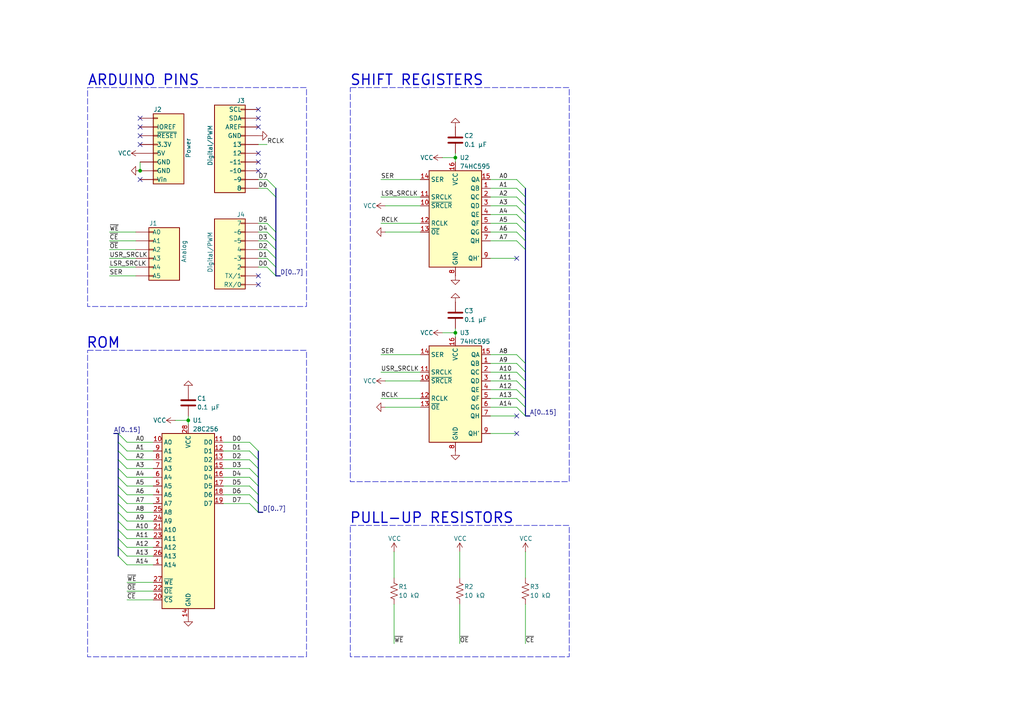
<source format=kicad_sch>
(kicad_sch (version 20250114) (generator "eeschema") (generator_version "9.0")
  (paper "A4")
  (title_block (title "prom-shield") (date "2026-01-01") (rev "A") (company "Dragos Bajanica"))
  (lib_symbols
    (symbol "74xx:74HC595"
      (property "Reference" "U" (at -7.62 13.97 0))
      (property "Value" "74HC595" (at -7.62 -16.51 0))
      (symbol "74HC595_1_0"
        (pin input line (at -10.16 10.16 0) (length 2.54) (name "SER") (number "14"))
        (pin input line (at -10.16 5.08 0) (length 2.54) (name "SRCLK") (number "11"))
        (pin input line (at -10.16 2.54 0) (length 2.54) (name "~{SRCLR}") (number "10"))
        (pin input line (at -10.16 -2.54 0) (length 2.54) (name "RCLK") (number "12"))
        (pin input line (at -10.16 -5.08 0) (length 2.54) (name "~{OE}") (number "13"))
        (pin power_in line (at 0 15.24 270) (length 2.54) (name "VCC") (number "16"))
        (pin power_in line (at 0 -17.78 90) (length 2.54) (name "GND") (number "8"))
        (pin tri_state line (at 10.16 10.16 180) (length 2.54) (name "QA") (number "15"))
        (pin tri_state line (at 10.16 7.62 180) (length 2.54) (name "QB") (number "1"))
        (pin tri_state line (at 10.16 5.08 180) (length 2.54) (name "QC") (number "2"))
        (pin tri_state line (at 10.16 2.54 180) (length 2.54) (name "QD") (number "3"))
        (pin tri_state line (at 10.16 0 180) (length 2.54) (name "QE") (number "4"))
        (pin tri_state line (at 10.16 -2.54 180) (length 2.54) (name "QF") (number "5"))
        (pin tri_state line (at 10.16 -5.08 180) (length 2.54) (name "QG") (number "6"))
        (pin tri_state line (at 10.16 -7.62 180) (length 2.54) (name "QH") (number "7"))
        (pin output line (at 10.16 -12.7 180) (length 2.54) (name "QH'") (number "9"))
      )
      (symbol "74HC595_1_1"
        (rectangle (start -7.62 12.7) (end 7.62 -15.24) (stroke (width 0.254)) (fill (type background)))
      )
    )
    (symbol "Conn_01x08_1" (pin_numbers (hide yes)) (pin_names (offset 1.016))
      (property "Reference" "J4" (at 0 10.16 0))
      (property "Value" "Digital/PWM" (at 8.89 -0.762 90))
      (symbol "Conn_01x08_1_1_1"
        (rectangle (start -1.27 8.89) (end 7.62 -11.43) (stroke (width 0.254)) (fill (type background)))
        (rectangle (start -1.27 7.747) (end 0 7.493) (stroke (width 0.1524)))
        (rectangle (start -1.27 5.207) (end 0 4.953) (stroke (width 0.1524)))
        (rectangle (start -1.27 2.667) (end 0 2.413) (stroke (width 0.1524)))
        (rectangle (start -1.27 0.127) (end 0 -0.127) (stroke (width 0.1524)))
        (rectangle (start -1.27 -2.413) (end 0 -2.667) (stroke (width 0.1524)))
        (rectangle (start -1.27 -4.953) (end 0 -5.207) (stroke (width 0.1524)))
        (rectangle (start -1.27 -7.493) (end 0 -7.747) (stroke (width 0.1524)))
        (rectangle (start -1.27 -10.033) (end 0 -10.287) (stroke (width 0.1524)))
        (pin passive line (at -5.08 7.62 0) (length 3.81) (name "7") (number "1"))
        (pin passive line (at -5.08 5.08 0) (length 3.81) (name "~6") (number "2"))
        (pin passive line (at -5.08 2.54 0) (length 3.81) (name "~5") (number "3"))
        (pin passive line (at -5.08 0 0) (length 3.81) (name "4") (number "4"))
        (pin passive line (at -5.08 -2.54 0) (length 3.81) (name "~3") (number "5"))
        (pin passive line (at -5.08 -5.08 0) (length 3.81) (name "2") (number "6"))
        (pin passive line (at -5.08 -7.62 0) (length 3.81) (name "TX/1") (number "7"))
        (pin passive line (at -5.08 -10.16 0) (length 3.81) (name "RX/0") (number "8"))
      )
    )
    (symbol "Connector_Generic:Conn_01x06" (pin_numbers (hide yes)) (pin_names (offset 1.016))
      (property "Reference" "J1" (at 0 7.62 0))
      (property "Value" "Analog" (at 8.89 -0.508 90))
      (symbol "Conn_01x06_1_1"
        (rectangle (start -1.27 6.35) (end 7.62 -8.89) (stroke (width 0.254)) (fill (type background)))
        (rectangle (start -1.27 5.207) (end 0 4.953) (stroke (width 0.1524)))
        (rectangle (start -1.27 2.667) (end 0 2.413) (stroke (width 0.1524)))
        (rectangle (start -1.27 0.127) (end 0 -0.127) (stroke (width 0.1524)))
        (rectangle (start -1.27 -2.413) (end 0 -2.667) (stroke (width 0.1524)))
        (rectangle (start -1.27 -4.953) (end 0 -5.207) (stroke (width 0.1524)))
        (rectangle (start -1.27 -7.493) (end 0 -7.747) (stroke (width 0.1524)))
        (pin passive line (at -5.08 5.08 0) (length 3.81) (name "A0") (number "1"))
        (pin passive line (at -5.08 2.54 0) (length 3.81) (name "A1") (number "2"))
        (pin passive line (at -5.08 0 0) (length 3.81) (name "A2") (number "3"))
        (pin passive line (at -5.08 -2.54 0) (length 3.81) (name "A3") (number "4"))
        (pin passive line (at -5.08 -5.08 0) (length 3.81) (name "A4") (number "5"))
        (pin passive line (at -5.08 -7.62 0) (length 3.81) (name "A5") (number "6"))
      )
    )
    (symbol "Connector_Generic:Conn_01x08" (pin_numbers (hide yes)) (pin_names (offset 1.016))
      (property "Reference" "J2" (at 0 10.16 0))
      (property "Value" "Power" (at 8.89 -1.016 90))
      (symbol "Conn_01x08_1_1"
        (rectangle (start -1.27 8.89) (end 7.62 -11.43) (stroke (width 0.254)) (fill (type background)))
        (rectangle (start -1.27 7.747) (end 0 7.493) (stroke (width 0.1524)))
        (rectangle (start -1.27 5.207) (end 0 4.953) (stroke (width 0.1524)))
        (rectangle (start -1.27 2.667) (end 0 2.413) (stroke (width 0.1524)))
        (rectangle (start -1.27 0.127) (end 0 -0.127) (stroke (width 0.1524)))
        (rectangle (start -1.27 -2.413) (end 0 -2.667) (stroke (width 0.1524)))
        (rectangle (start -1.27 -4.953) (end 0 -5.207) (stroke (width 0.1524)))
        (rectangle (start -1.27 -7.493) (end 0 -7.747) (stroke (width 0.1524)))
        (rectangle (start -1.27 -10.033) (end 0 -10.287) (stroke (width 0.1524)))
        (pin passive line (at -5.08 7.62 0) (length 3.81) (name "") (number "1"))
        (pin passive line (at -5.08 5.08 0) (length 3.81) (name "IOREF") (number "2"))
        (pin passive line (at -5.08 2.54 0) (length 3.81) (name "~{RESET}") (number "3"))
        (pin passive line (at -5.08 0 0) (length 3.81) (name "3.3V") (number "4"))
        (pin passive line (at -5.08 -2.54 0) (length 3.81) (name "5V") (number "5"))
        (pin passive line (at -5.08 -5.08 0) (length 3.81) (name "GND") (number "6"))
        (pin passive line (at -5.08 -7.62 0) (length 3.81) (name "GND") (number "7"))
        (pin passive line (at -5.08 -10.16 0) (length 3.81) (name "Vin") (number "8"))
      )
    )
    (symbol "Connector_Generic:Conn_01x10" (pin_numbers (hide yes)) (pin_names (offset 1.016))
      (property "Reference" "J3" (at 0 12.7 0))
      (property "Value" "Digital/PWM" (at 8.89 -0.254 90))
      (symbol "Conn_01x10_1_1"
        (rectangle (start -1.27 11.43) (end 7.62 -13.97) (stroke (width 0.254)) (fill (type background)))
        (rectangle (start -1.27 10.287) (end 0 10.033) (stroke (width 0.1524)))
        (rectangle (start -1.27 7.747) (end 0 7.493) (stroke (width 0.1524)))
        (rectangle (start -1.27 5.207) (end 0 4.953) (stroke (width 0.1524)))
        (rectangle (start -1.27 2.667) (end 0 2.413) (stroke (width 0.1524)))
        (rectangle (start -1.27 0.127) (end 0 -0.127) (stroke (width 0.1524)))
        (rectangle (start -1.27 -2.413) (end 0 -2.667) (stroke (width 0.1524)))
        (rectangle (start -1.27 -4.953) (end 0 -5.207) (stroke (width 0.1524)))
        (rectangle (start -1.27 -7.493) (end 0 -7.747) (stroke (width 0.1524)))
        (rectangle (start -1.27 -10.033) (end 0 -10.287) (stroke (width 0.1524)))
        (rectangle (start -1.27 -12.573) (end 0 -12.827) (stroke (width 0.1524)))
        (pin passive line (at -5.08 10.16 0) (length 3.81) (name "SCL") (number "1"))
        (pin passive line (at -5.08 7.62 0) (length 3.81) (name "SDA") (number "2"))
        (pin passive line (at -5.08 5.08 0) (length 3.81) (name "AREF") (number "3"))
        (pin passive line (at -5.08 2.54 0) (length 3.81) (name "GND") (number "4"))
        (pin passive line (at -5.08 0 0) (length 3.81) (name "13") (number "5"))
        (pin passive line (at -5.08 -2.54 0) (length 3.81) (name "12") (number "6"))
        (pin passive line (at -5.08 -5.08 0) (length 3.81) (name "~11") (number "7"))
        (pin passive line (at -5.08 -7.62 0) (length 3.81) (name "~10") (number "8"))
        (pin passive line (at -5.08 -10.16 0) (length 3.81) (name "~9") (number "9"))
        (pin passive line (at -5.08 -12.7 0) (length 3.81) (name "8") (number "10"))
      )
    )
    (symbol "Device:C" (pin_numbers (hide yes)) (pin_names (offset 0.254))
      (property "Reference" "C" (at 0.635 2.54 0))
      (property "Value" "C" (at 0.635 -2.54 0))
      (symbol "C_0_1"
        (polyline (pts (xy -2.032 0.762) (xy 2.032 0.762)) (stroke (width 0.508)))
        (polyline (pts (xy -2.032 -0.762) (xy 2.032 -0.762)) (stroke (width 0.508)))
      )
      (symbol "C_1_1"
        (pin passive line (at 0 3.81 270) (length 2.794) (name "~") (number "1"))
        (pin passive line (at 0 -3.81 90) (length 2.794) (name "~") (number "2"))
      )
    )
    (symbol "Device:R_US" (pin_numbers (hide yes)) (pin_names (offset 0))
      (property "Reference" "R" (at 2.54 0 90))
      (property "Value" "R_US" (at -2.54 0 90))
      (symbol "R_US_0_1"
        (polyline (pts (xy 0 2.286) (xy 0 2.54)))
        (polyline (pts (xy 0 2.286) (xy 1.016 1.905) (xy 0 1.524) (xy -1.016 1.143) (xy 0 0.762)))
        (polyline (pts (xy 0 0.762) (xy 1.016 0.381) (xy 0 0) (xy -1.016 -0.381) (xy 0 -0.762)))
        (polyline (pts (xy 0 -0.762) (xy 1.016 -1.143) (xy 0 -1.524) (xy -1.016 -1.905) (xy 0 -2.286)))
        (polyline (pts (xy 0 -2.286) (xy 0 -2.54)))
      )
      (symbol "R_US_1_1"
        (pin passive line (at 0 3.81 270) (length 1.27) (name "~") (number "1"))
        (pin passive line (at 0 -3.81 90) (length 1.27) (name "~") (number "2"))
      )
    )
    (symbol "Memory_EEPROM:28C256"
      (property "Reference" "U" (at -7.62 26.67 0))
      (property "Value" "28C256" (at 2.54 -26.67 0))
      (symbol "28C256_1_1"
        (rectangle (start -7.62 25.4) (end 7.62 -25.4) (stroke (width 0.254)) (fill (type background)))
        (pin input line (at -10.16 22.86 0) (length 2.54) (name "A0") (number "10"))
        (pin input line (at -10.16 20.32 0) (length 2.54) (name "A1") (number "9"))
        (pin input line (at -10.16 17.78 0) (length 2.54) (name "A2") (number "8"))
        (pin input line (at -10.16 15.24 0) (length 2.54) (name "A3") (number "7"))
        (pin input line (at -10.16 12.7 0) (length 2.54) (name "A4") (number "6"))
        (pin input line (at -10.16 10.16 0) (length 2.54) (name "A5") (number "5"))
        (pin input line (at -10.16 7.62 0) (length 2.54) (name "A6") (number "4"))
        (pin input line (at -10.16 5.08 0) (length 2.54) (name "A7") (number "3"))
        (pin input line (at -10.16 2.54 0) (length 2.54) (name "A8") (number "25"))
        (pin input line (at -10.16 0 0) (length 2.54) (name "A9") (number "24"))
        (pin input line (at -10.16 -2.54 0) (length 2.54) (name "A10") (number "21"))
        (pin input line (at -10.16 -5.08 0) (length 2.54) (name "A11") (number "23"))
        (pin input line (at -10.16 -7.62 0) (length 2.54) (name "A12") (number "2"))
        (pin input line (at -10.16 -10.16 0) (length 2.54) (name "A13") (number "26"))
        (pin input line (at -10.16 -12.7 0) (length 2.54) (name "A14") (number "1"))
        (pin input line (at -10.16 -17.78 0) (length 2.54) (name "~{WE}") (number "27"))
        (pin input line (at -10.16 -20.32 0) (length 2.54) (name "~{OE}") (number "22"))
        (pin input line (at -10.16 -22.86 0) (length 2.54) (name "~{CS}") (number "20"))
        (pin power_in line (at 0 27.94 270) (length 2.54) (name "VCC") (number "28"))
        (pin power_in line (at 0 -27.94 90) (length 2.54) (name "GND") (number "14"))
        (pin tri_state line (at 10.16 22.86 180) (length 2.54) (name "D0") (number "11"))
        (pin tri_state line (at 10.16 20.32 180) (length 2.54) (name "D1") (number "12"))
        (pin tri_state line (at 10.16 17.78 180) (length 2.54) (name "D2") (number "13"))
        (pin tri_state line (at 10.16 15.24 180) (length 2.54) (name "D3") (number "15"))
        (pin tri_state line (at 10.16 12.7 180) (length 2.54) (name "D4") (number "16"))
        (pin tri_state line (at 10.16 10.16 180) (length 2.54) (name "D5") (number "17"))
        (pin tri_state line (at 10.16 7.62 180) (length 2.54) (name "D6") (number "18"))
        (pin tri_state line (at 10.16 5.08 180) (length 2.54) (name "D7") (number "19"))
      )
    )
    (symbol "power:GND" (power) (pin_numbers (hide yes)) (pin_names (offset 0) (hide yes))
      (property "Value" "GND" (at 0 -3.81 0))
      (symbol "GND_0_1"
        (polyline (pts (xy 0 0) (xy 0 -1.27) (xy 1.27 -1.27) (xy 0 -2.54) (xy -1.27 -1.27) (xy 0 -1.27)))
      )
      (symbol "GND_1_1"
        (pin power_in line (at 0 0 270) (length 0) (name "~") (number "1"))
      )
    )
    (symbol "power:VCC" (power) (pin_numbers (hide yes)) (pin_names (offset 0) (hide yes))
      (property "Value" "VCC" (at 0 3.556 0))
      (symbol "VCC_0_1"
        (polyline (pts (xy -0.762 1.27) (xy 0 2.54)))
        (polyline (pts (xy 0 2.54) (xy 0.762 1.27)))
        (polyline (pts (xy 0 0) (xy 0 2.54)))
      )
      (symbol "VCC_1_1"
        (pin power_in line (at 0 0 90) (length 0) (name "~") (number "1"))
      )
    )
  )
  (rectangle (start 101.6 25.4) (end 165.1 139.7) (stroke (width 0) (type dash)))
  (rectangle (start 25.4 101.6) (end 88.9 190.5) (stroke (width 0) (type dash)))
  (rectangle (start 25.4 25.4) (end 88.9 88.9) (stroke (width 0) (type dash)))
  (rectangle (start 101.6 152.4) (end 165.1 190.5) (stroke (width 0) (type dash)))
  (text "PULL-UP RESISTORS" (at 125.222 150.368 0) (effects (font (size 3 3) (thickness 0.375))))
  (text "SHIFT REGISTERS" (at 120.904 23.368 0) (effects (font (size 3 3) (thickness 0.375))))
  (text "ROM" (at 29.972 99.568 0) (effects (font (size 3 3) (thickness 0.375))))
  (text "ARDUINO PINS" (at 41.656 23.368 0) (effects (font (size 3 3) (thickness 0.375))))
  (junction (at 132.08 45.72))
  (junction (at 54.61 121.92))
  (junction (at 40.64 49.53))
  (junction (at 132.08 96.52))
  (no_connect (at 40.64 52.07))
  (no_connect (at 74.93 34.29))
  (no_connect (at 74.93 36.83))
  (no_connect (at 40.64 39.37))
  (no_connect (at 74.93 44.45))
  (no_connect (at 149.86 74.93))
  (no_connect (at 74.93 49.53))
  (no_connect (at 40.64 41.91))
  (no_connect (at 40.64 36.83))
  (no_connect (at 74.93 80.01))
  (no_connect (at 149.86 120.65))
  (no_connect (at 149.86 125.73))
  (no_connect (at 74.93 82.55))
  (no_connect (at 74.93 31.75))
  (no_connect (at 74.93 46.99))
  (no_connect (at 40.64 34.29))
  (bus_entry (at 149.86 113.03) (size 2.54 2.54))
  (bus_entry (at 77.47 72.39) (size 2.54 2.54))
  (bus_entry (at 77.47 67.31) (size 2.54 2.54))
  (bus_entry (at 77.47 74.93) (size 2.54 2.54))
  (bus_entry (at 77.47 77.47) (size 2.54 2.54))
  (bus_entry (at 149.86 57.15) (size 2.54 2.54))
  (bus_entry (at 72.39 143.51) (size 2.54 2.54))
  (bus_entry (at 149.86 67.31) (size 2.54 2.54))
  (bus_entry (at 34.29 140.97) (size 2.54 2.54))
  (bus_entry (at 72.39 130.81) (size 2.54 2.54))
  (bus_entry (at 149.86 64.77) (size 2.54 2.54))
  (bus_entry (at 34.29 153.67) (size 2.54 2.54))
  (bus_entry (at 72.39 140.97) (size 2.54 2.54))
  (bus_entry (at 149.86 54.61) (size 2.54 2.54))
  (bus_entry (at 34.29 161.29) (size 2.54 2.54))
  (bus_entry (at 149.86 115.57) (size 2.54 2.54))
  (bus_entry (at 149.86 107.95) (size 2.54 2.54))
  (bus_entry (at 34.29 130.81) (size 2.54 2.54))
  (bus_entry (at 34.29 156.21) (size 2.54 2.54))
  (bus_entry (at 34.29 128.27) (size 2.54 2.54))
  (bus_entry (at 149.86 62.23) (size 2.54 2.54))
  (bus_entry (at 34.29 148.59) (size 2.54 2.54))
  (bus_entry (at 149.86 110.49) (size 2.54 2.54))
  (bus_entry (at 72.39 138.43) (size 2.54 2.54))
  (bus_entry (at 72.39 135.89) (size 2.54 2.54))
  (bus_entry (at 34.29 138.43) (size 2.54 2.54))
  (bus_entry (at 34.29 133.35) (size 2.54 2.54))
  (bus_entry (at 34.29 125.73) (size 2.54 2.54))
  (bus_entry (at 77.47 64.77) (size 2.54 2.54))
  (bus_entry (at 77.47 69.85) (size 2.54 2.54))
  (bus_entry (at 72.39 133.35) (size 2.54 2.54))
  (bus_entry (at 77.47 54.61) (size 2.54 2.54))
  (bus_entry (at 34.29 146.05) (size 2.54 2.54))
  (bus_entry (at 72.39 146.05) (size 2.54 2.54))
  (bus_entry (at 34.29 143.51) (size 2.54 2.54))
  (bus_entry (at 77.47 52.07) (size 2.54 2.54))
  (bus_entry (at 149.86 102.87) (size 2.54 2.54))
  (bus_entry (at 149.86 118.11) (size 2.54 2.54))
  (bus_entry (at 149.86 105.41) (size 2.54 2.54))
  (bus_entry (at 34.29 158.75) (size 2.54 2.54))
  (bus_entry (at 72.39 128.27) (size 2.54 2.54))
  (bus_entry (at 34.29 151.13) (size 2.54 2.54))
  (bus_entry (at 149.86 59.69) (size 2.54 2.54))
  (bus_entry (at 149.86 69.85) (size 2.54 2.54))
  (bus_entry (at 34.29 135.89) (size 2.54 2.54))
  (bus_entry (at 149.86 52.07) (size 2.54 2.54))
  (wire (pts (xy 142.24 102.87) (xy 149.86 102.87)))
  (wire (pts (xy 110.49 102.87) (xy 121.92 102.87)))
  (bus (pts (xy 74.93 138.43) (xy 74.93 140.97)))
  (wire (pts (xy 110.49 115.57) (xy 121.92 115.57)))
  (wire (pts (xy 142.24 67.31) (xy 149.86 67.31)))
  (wire (pts (xy 74.93 77.47) (xy 77.47 77.47)))
  (wire (pts (xy 142.24 69.85) (xy 149.86 69.85)))
  (wire (pts (xy 36.83 148.59) (xy 44.45 148.59)))
  (wire (pts (xy 74.93 69.85) (xy 77.47 69.85)))
  (wire (pts (xy 36.83 146.05) (xy 44.45 146.05)))
  (bus (pts (xy 152.4 62.23) (xy 152.4 64.77)))
  (bus (pts (xy 33.02 125.73) (xy 34.29 125.73)))
  (wire (pts (xy 77.47 41.91) (xy 74.93 41.91)))
  (wire (pts (xy 142.24 62.23) (xy 149.86 62.23)))
  (wire (pts (xy 64.77 133.35) (xy 72.39 133.35)))
  (wire (pts (xy 74.93 72.39) (xy 77.47 72.39)))
  (bus (pts (xy 152.4 110.49) (xy 152.4 113.03)))
  (wire (pts (xy 114.3 175.26) (xy 114.3 186.69)))
  (bus (pts (xy 34.29 143.51) (xy 34.29 140.97)))
  (wire (pts (xy 110.49 57.15) (xy 121.92 57.15)))
  (bus (pts (xy 34.29 148.59) (xy 34.29 146.05)))
  (bus (pts (xy 74.93 143.51) (xy 74.93 146.05)))
  (wire (pts (xy 110.49 64.77) (xy 121.92 64.77)))
  (wire (pts (xy 133.35 175.26) (xy 133.35 186.69)))
  (wire (pts (xy 36.83 135.89) (xy 44.45 135.89)))
  (bus (pts (xy 34.29 153.67) (xy 34.29 151.13)))
  (wire (pts (xy 142.24 54.61) (xy 149.86 54.61)))
  (wire (pts (xy 36.83 158.75) (xy 44.45 158.75)))
  (wire (pts (xy 36.83 151.13) (xy 44.45 151.13)))
  (bus (pts (xy 152.4 72.39) (xy 152.4 105.41)))
  (wire (pts (xy 111.76 67.31) (xy 121.92 67.31)))
  (bus (pts (xy 74.93 140.97) (xy 74.93 143.51)))
  (wire (pts (xy 142.24 107.95) (xy 149.86 107.95)))
  (wire (pts (xy 36.83 173.99) (xy 44.45 173.99)))
  (wire (pts (xy 31.75 72.39) (xy 39.37 72.39)))
  (wire (pts (xy 36.83 168.91) (xy 44.45 168.91)))
  (bus (pts (xy 80.01 54.61) (xy 80.01 57.15)))
  (wire (pts (xy 133.35 160.02) (xy 133.35 167.64)))
  (bus (pts (xy 34.29 161.29) (xy 34.29 158.75)))
  (wire (pts (xy 142.24 74.93) (xy 149.86 74.93)))
  (wire (pts (xy 142.24 52.07) (xy 149.86 52.07)))
  (bus (pts (xy 34.29 133.35) (xy 34.29 130.81)))
  (bus (pts (xy 152.4 118.11) (xy 152.4 120.65)))
  (wire (pts (xy 132.08 44.45) (xy 132.08 45.72)))
  (wire (pts (xy 64.77 140.97) (xy 72.39 140.97)))
  (wire (pts (xy 111.76 110.49) (xy 121.92 110.49)))
  (wire (pts (xy 36.83 171.45) (xy 44.45 171.45)))
  (bus (pts (xy 152.4 120.65) (xy 153.67 120.65)))
  (wire (pts (xy 142.24 115.57) (xy 149.86 115.57)))
  (wire (pts (xy 114.3 160.02) (xy 114.3 167.64)))
  (wire (pts (xy 36.83 133.35) (xy 44.45 133.35)))
  (bus (pts (xy 152.4 105.41) (xy 152.4 107.95)))
  (wire (pts (xy 128.27 96.52) (xy 132.08 96.52)))
  (wire (pts (xy 36.83 138.43) (xy 44.45 138.43)))
  (bus (pts (xy 152.4 113.03) (xy 152.4 115.57)))
  (wire (pts (xy 64.77 146.05) (xy 72.39 146.05)))
  (bus (pts (xy 74.93 135.89) (xy 74.93 138.43)))
  (wire (pts (xy 64.77 143.51) (xy 72.39 143.51)))
  (wire (pts (xy 152.4 160.02) (xy 152.4 167.64)))
  (wire (pts (xy 50.8 121.92) (xy 54.61 121.92)))
  (bus (pts (xy 74.93 130.81) (xy 74.93 133.35)))
  (wire (pts (xy 111.76 118.11) (xy 121.92 118.11)))
  (bus (pts (xy 34.29 140.97) (xy 34.29 138.43)))
  (wire (pts (xy 74.93 52.07) (xy 77.47 52.07)))
  (wire (pts (xy 36.83 153.67) (xy 44.45 153.67)))
  (bus (pts (xy 80.01 74.93) (xy 80.01 77.47)))
  (bus (pts (xy 80.01 77.47) (xy 80.01 80.01)))
  (wire (pts (xy 74.93 54.61) (xy 77.47 54.61)))
  (wire (pts (xy 152.4 175.26) (xy 152.4 186.69)))
  (bus (pts (xy 34.29 128.27) (xy 34.29 125.73)))
  (wire (pts (xy 74.93 64.77) (xy 77.47 64.77)))
  (bus (pts (xy 152.4 54.61) (xy 152.4 57.15)))
  (wire (pts (xy 31.75 74.93) (xy 39.37 74.93)))
  (wire (pts (xy 40.64 46.99) (xy 40.64 49.53)))
  (wire (pts (xy 31.75 77.47) (xy 39.37 77.47)))
  (wire (pts (xy 31.75 67.31) (xy 39.37 67.31)))
  (wire (pts (xy 54.61 120.65) (xy 54.61 121.92)))
  (bus (pts (xy 80.01 72.39) (xy 80.01 74.93)))
  (wire (pts (xy 142.24 125.73) (xy 149.86 125.73)))
  (bus (pts (xy 80.01 67.31) (xy 80.01 69.85)))
  (wire (pts (xy 142.24 57.15) (xy 149.86 57.15)))
  (bus (pts (xy 74.93 146.05) (xy 74.93 148.59)))
  (wire (pts (xy 36.83 156.21) (xy 44.45 156.21)))
  (wire (pts (xy 142.24 113.03) (xy 149.86 113.03)))
  (wire (pts (xy 36.83 140.97) (xy 44.45 140.97)))
  (wire (pts (xy 142.24 120.65) (xy 149.86 120.65)))
  (bus (pts (xy 80.01 80.01) (xy 81.28 80.01)))
  (bus (pts (xy 152.4 57.15) (xy 152.4 59.69)))
  (wire (pts (xy 64.77 135.89) (xy 72.39 135.89)))
  (wire (pts (xy 142.24 64.77) (xy 149.86 64.77)))
  (bus (pts (xy 34.29 156.21) (xy 34.29 153.67)))
  (bus (pts (xy 152.4 64.77) (xy 152.4 67.31)))
  (bus (pts (xy 152.4 69.85) (xy 152.4 72.39)))
  (wire (pts (xy 31.75 69.85) (xy 39.37 69.85)))
  (bus (pts (xy 80.01 69.85) (xy 80.01 72.39)))
  (wire (pts (xy 36.83 128.27) (xy 44.45 128.27)))
  (wire (pts (xy 142.24 118.11) (xy 149.86 118.11)))
  (wire (pts (xy 36.83 163.83) (xy 44.45 163.83)))
  (wire (pts (xy 64.77 128.27) (xy 72.39 128.27)))
  (wire (pts (xy 54.61 121.92) (xy 54.61 123.19)))
  (wire (pts (xy 64.77 138.43) (xy 72.39 138.43)))
  (wire (pts (xy 36.83 143.51) (xy 44.45 143.51)))
  (wire (pts (xy 111.76 59.69) (xy 121.92 59.69)))
  (bus (pts (xy 152.4 115.57) (xy 152.4 118.11)))
  (wire (pts (xy 142.24 105.41) (xy 149.86 105.41)))
  (bus (pts (xy 80.01 57.15) (xy 80.01 67.31)))
  (wire (pts (xy 142.24 110.49) (xy 149.86 110.49)))
  (wire (pts (xy 36.83 130.81) (xy 44.45 130.81)))
  (bus (pts (xy 152.4 67.31) (xy 152.4 69.85)))
  (bus (pts (xy 34.29 151.13) (xy 34.29 148.59)))
  (wire (pts (xy 128.27 45.72) (xy 132.08 45.72)))
  (bus (pts (xy 74.93 148.59) (xy 76.2 148.59)))
  (wire (pts (xy 31.75 80.01) (xy 39.37 80.01)))
  (wire (pts (xy 110.49 107.95) (xy 121.92 107.95)))
  (bus (pts (xy 34.29 130.81) (xy 34.29 128.27)))
  (wire (pts (xy 64.77 130.81) (xy 72.39 130.81)))
  (bus (pts (xy 34.29 146.05) (xy 34.29 143.51)))
  (wire (pts (xy 132.08 45.72) (xy 132.08 46.99)))
  (bus (pts (xy 34.29 135.89) (xy 34.29 133.35)))
  (wire (pts (xy 74.93 67.31) (xy 77.47 67.31)))
  (wire (pts (xy 74.93 74.93) (xy 77.47 74.93)))
  (wire (pts (xy 110.49 52.07) (xy 121.92 52.07)))
  (bus (pts (xy 34.29 138.43) (xy 34.29 135.89)))
  (bus (pts (xy 34.29 158.75) (xy 34.29 156.21)))
  (bus (pts (xy 74.93 133.35) (xy 74.93 135.89)))
  (wire (pts (xy 142.24 59.69) (xy 149.86 59.69)))
  (wire (pts (xy 132.08 96.52) (xy 132.08 97.79)))
  (wire (pts (xy 36.83 161.29) (xy 44.45 161.29)))
  (bus (pts (xy 152.4 59.69) (xy 152.4 62.23)))
  (wire (pts (xy 132.08 95.25) (xy 132.08 96.52)))
  (bus (pts (xy 152.4 107.95) (xy 152.4 110.49)))
  (label "A12" (at 144.78 113.03 0))
  (label "~{OE}" (at 36.83 171.45 0))
  (label "~{CE}" (at 31.75 69.85 0))
  (label "~{WE}" (at 31.75 67.31 0))
  (label "SER" (at 31.75 80.01 0))
  (label "~{OE}" (at 31.75 72.39 0))
  (label "LSR_SRCLK" (at 31.75 77.47 0))
  (label "USR_SRCLK" (at 31.75 74.93 0))
  (label "A2" (at 144.78 57.15 0))
  (label "SER" (at 110.49 52.07 0))
  (label "~{CE}" (at 36.83 173.99 0))
  (label "D1" (at 74.93 74.93 0))
  (label "D[0..7]" (at 81.28 80.01 0))
  (label "A6" (at 144.78 67.31 0))
  (label "A[0..15]" (at 153.67 120.65 0))
  (label "D7" (at 74.93 52.07 0))
  (label "D[0..7]" (at 76.2 148.59 0))
  (label "A5" (at 144.78 64.77 0))
  (label "D3" (at 74.93 69.85 0))
  (label "LSR_SRCLK" (at 110.49 57.15 0))
  (label "A2" (at 39.37 133.35 0))
  (label "A1" (at 39.37 130.81 0))
  (label "A4" (at 39.37 138.43 0))
  (label "A3" (at 39.37 135.89 0))
  (label "A0" (at 39.37 128.27 0))
  (label "A7" (at 39.37 146.05 0))
  (label "A14" (at 39.37 163.83 0))
  (label "A13" (at 39.37 161.29 0))
  (label "A9" (at 39.37 151.13 0))
  (label "A8" (at 39.37 148.59 0))
  (label "A6" (at 39.37 143.51 0))
  (label "A5" (at 39.37 140.97 0))
  (label "A12" (at 39.37 158.75 0))
  (label "A10" (at 39.37 153.67 0))
  (label "A11" (at 39.37 156.21 0))
  (label "~{WE}" (at 114.3 186.69 0))
  (label "A[0..15]" (at 33.02 125.73 0))
  (label "D0" (at 74.93 77.47 0))
  (label "D4" (at 74.93 67.31 0))
  (label "RCLK" (at 110.49 115.57 0))
  (label "USR_SRCLK" (at 110.49 107.95 0))
  (label "~{OE}" (at 133.35 186.69 0))
  (label "RCLK" (at 110.49 64.77 0))
  (label "A9" (at 144.78 105.41 0))
  (label "A10" (at 144.78 107.95 0))
  (label "A14" (at 144.78 118.11 0))
  (label "A1" (at 144.78 54.61 0))
  (label "D1" (at 67.31 130.81 0))
  (label "D0" (at 67.31 128.27 0))
  (label "D2" (at 67.31 133.35 0))
  (label "D7" (at 67.31 146.05 0))
  (label "D6" (at 67.31 143.51 0))
  (label "D5" (at 67.31 140.97 0))
  (label "D4" (at 67.31 138.43 0))
  (label "D3" (at 67.31 135.89 0))
  (label "~{WE}" (at 36.83 168.91 0))
  (label "~{CE}" (at 152.4 186.69 0))
  (label "SER" (at 110.49 102.87 0))
  (label "A13" (at 144.78 115.57 0))
  (label "A3" (at 144.78 59.69 0))
  (label "D2" (at 74.93 72.39 0))
  (label "A7" (at 144.78 69.85 0))
  (label "D6" (at 74.93 54.61 0))
  (label "A8" (at 144.78 102.87 0))
  (label "RCLK" (at 77.47 41.91 0))
  (label "A11" (at 144.78 110.49 0))
  (label "A0" (at 144.78 52.07 0))
  (label "A4" (at 144.78 62.23 0))
  (label "D5" (at 74.93 64.77 0))
  (symbol (lib_id "Connector_Generic:Conn_01x08") (at 45.72 41.91 0) (unit 1)
    (property "Reference" "J2" (at 45.72 31.75 0))
    (property "Value" "Power" (at 54.61 42.926 90))
    (property "Footprint" "Connector_PinSocket_2.54mm:PinSocket_1x08_P2.54mm_Vertical" (effects (hide yes)))
    (property "Description" "Generic connector, single row, 01x08, script generated (kicad-library-utils/schlib/autogen/connector/)" (effects (hide yes)))
  )
  (symbol (lib_id "Connector_Generic:Conn_01x10") (at 69.85 41.91 0) (mirror y) (unit 1)
    (property "Reference" "J3" (at 69.85 29.21 0))
    (property "Value" "Digital/PWM" (at 60.96 42.164 90))
    (property "Footprint" "Connector_PinSocket_2.54mm:PinSocket_1x10_P2.54mm_Vertical" (effects (hide yes)))
    (property "Description" "Generic connector, single row, 01x10, script generated (kicad-library-utils/schlib/autogen/connector/)" (effects (hide yes)))
  )
  (symbol (lib_id "Connector_Generic:Conn_01x06") (at 44.45 72.39 0) (unit 1)
    (property "Reference" "J1" (at 44.45 64.77 0))
    (property "Value" "Analog" (at 53.34 72.898 90))
    (property "Footprint" "Connector_PinSocket_2.54mm:PinSocket_1x06_P2.54mm_Vertical" (effects (hide yes)))
    (property "Description" "Generic connector, single row, 01x06, script generated (kicad-library-utils/schlib/autogen/connector/)" (effects (hide yes)))
  )
  (symbol (lib_name "Conn_01x08_1") (lib_id "Connector_Generic:Conn_01x08") (at 69.85 72.39 0) (mirror y) (unit 1)
    (property "Reference" "J4" (at 69.85 62.23 0))
    (property "Value" "Digital/PWM" (at 60.96 73.152 90))
    (property "Footprint" "Connector_PinSocket_2.54mm:PinSocket_1x08_P2.54mm_Vertical" (effects (hide yes)))
    (property "Description" "Generic connector, single row, 01x08, script generated (kicad-library-utils/schlib/autogen/connector/)" (effects (hide yes)))
  )
  (symbol (lib_id "power:GND") (at 132.08 36.83 180) (unit 1)
    (property "Reference" "#PWR014" (effects (hide yes)))
    (property "Value" "GND" (effects (hide yes)))
    (property "Description" "Power symbol creates a global label with name \"GND\" , ground" (effects (hide yes)))
  )
  (symbol (lib_id "74xx:74HC595") (at 132.08 113.03 0) (unit 1)
    (property "Reference" "U3" (at 133.35 96.52 0) (effects (justify left)))
    (property "Value" "74HC595" (at 133.35 99.06 0) (effects (justify left)))
    (property "Footprint" "Package_DIP:DIP-16_W7.62mm_Socket_LongPads" (effects (hide yes)))
    (property "Datasheet" "http://www.ti.com/lit/ds/symlink/sn74hc595.pdf" (effects (hide yes)))
    (property "Description" "8-bit serial in/out Shift Register 3-State Outputs" (effects (hide yes)))
  )
  (symbol (lib_id "power:GND") (at 132.08 87.63 180) (unit 1)
    (property "Reference" "#PWR016" (effects (hide yes)))
    (property "Value" "GND" (effects (hide yes)))
    (property "Description" "Power symbol creates a global label with name \"GND\" , ground" (effects (hide yes)))
  )
  (symbol (lib_id "Device:R_US") (at 114.3 171.45 0) (unit 1)
    (property "Reference" "R1" (at 115.57 170.18 0) (effects (justify left)))
    (property "Value" "10 kΩ" (at 115.57 172.72 0) (effects (justify left)))
    (property "Footprint" "Resistor_THT:R_Axial_DIN0207_L6.3mm_D2.5mm_P7.62mm_Horizontal" (effects (hide yes)))
    (property "Description" "Resistor, US symbol" (effects (hide yes)))
  )
  (symbol (lib_id "power:GND") (at 54.61 113.03 180) (unit 1)
    (property "Reference" "#PWR04" (effects (hide yes)))
    (property "Value" "GND" (effects (hide yes)))
    (property "Description" "Power symbol creates a global label with name \"GND\" , ground" (effects (hide yes)))
  )
  (symbol (lib_id "power:GND") (at 111.76 118.11 270) (unit 1)
    (property "Reference" "#PWR010" (effects (hide yes)))
    (property "Value" "GND" (effects (hide yes)))
    (property "Description" "Power symbol creates a global label with name \"GND\" , ground" (effects (hide yes)))
  )
  (symbol (lib_id "power:GND") (at 132.08 80.01 0) (unit 1)
    (property "Reference" "#PWR015" (effects (hide yes)))
    (property "Value" "GND" (effects (hide yes)))
    (property "Description" "Power symbol creates a global label with name \"GND\" , ground" (effects (hide yes)))
  )
  (symbol (lib_id "74xx:74HC595") (at 132.08 62.23 0) (unit 1)
    (property "Reference" "U2" (at 133.35 45.72 0) (effects (justify left)))
    (property "Value" "74HC595" (at 133.35 48.26 0) (effects (justify left)))
    (property "Footprint" "Package_DIP:DIP-16_W7.62mm_Socket_LongPads" (effects (hide yes)))
    (property "Datasheet" "http://www.ti.com/lit/ds/symlink/sn74hc595.pdf" (effects (hide yes)))
    (property "Description" "8-bit serial in/out Shift Register 3-State Outputs" (effects (hide yes)))
  )
  (symbol (lib_id "Device:C") (at 132.08 40.64 0) (unit 1)
    (property "Reference" "C2" (at 134.62 39.37 0) (effects (justify left)))
    (property "Value" "0.1 µF" (at 134.62 41.91 0) (effects (justify left)))
    (property "Footprint" "Capacitor_THT:C_Disc_D5.0mm_W2.5mm_P5.00mm" (effects (hide yes)))
    (property "Description" "Unpolarized capacitor" (effects (hide yes)))
  )
  (symbol (lib_id "power:VCC") (at 152.4 160.02 0) (unit 1)
    (property "Reference" "#PWR019" (effects (hide yes)))
    (property "Value" "VCC" (at 150.622 156.21 0) (effects (justify left)))
    (property "Description" "Power symbol creates a global label with name \"VCC\"" (effects (hide yes)))
  )
  (symbol (lib_id "power:GND") (at 74.93 39.37 90) (unit 1)
    (property "Reference" "#PWR06" (effects (hide yes)))
    (property "Value" "GND" (effects (hide yes)))
    (property "Description" "Power symbol creates a global label with name \"GND\" , ground" (effects (hide yes)))
  )
  (symbol (lib_id "Device:R_US") (at 133.35 171.45 0) (unit 1)
    (property "Reference" "R2" (at 134.62 170.18 0) (effects (justify left)))
    (property "Value" "10 kΩ" (at 134.62 172.72 0) (effects (justify left)))
    (property "Footprint" "Resistor_THT:R_Axial_DIN0207_L6.3mm_D2.5mm_P7.62mm_Horizontal" (effects (hide yes)))
    (property "Description" "Resistor, US symbol" (effects (hide yes)))
  )
  (symbol (lib_id "power:VCC") (at 40.64 44.45 90) (unit 1)
    (property "Reference" "#PWR01" (effects (hide yes)))
    (property "Value" "VCC" (at 38.1 44.45 90) (effects (justify left)))
    (property "Description" "Power symbol creates a global label with name \"VCC\"" (effects (hide yes)))
  )
  (symbol (lib_id "power:GND") (at 54.61 179.07 0) (unit 1)
    (property "Reference" "#PWR05" (effects (hide yes)))
    (property "Value" "GND" (effects (hide yes)))
    (property "Description" "Power symbol creates a global label with name \"GND\" , ground" (effects (hide yes)))
  )
  (symbol (lib_id "Device:R_US") (at 152.4 171.45 0) (unit 1)
    (property "Reference" "R3" (at 153.67 170.18 0) (effects (justify left)))
    (property "Value" "10 kΩ" (at 153.67 172.72 0) (effects (justify left)))
    (property "Footprint" "Resistor_THT:R_Axial_DIN0207_L6.3mm_D2.5mm_P7.62mm_Horizontal" (effects (hide yes)))
    (property "Description" "Resistor, US symbol" (effects (hide yes)))
  )
  (symbol (lib_id "Device:C") (at 132.08 91.44 0) (unit 1)
    (property "Reference" "C3" (at 134.62 90.17 0) (effects (justify left)))
    (property "Value" "0.1 µF" (at 134.62 92.71 0) (effects (justify left)))
    (property "Footprint" "Capacitor_THT:C_Disc_D5.0mm_W2.5mm_P5.00mm" (effects (hide yes)))
    (property "Description" "Unpolarized capacitor" (effects (hide yes)))
  )
  (symbol (lib_id "power:VCC") (at 111.76 110.49 90) (unit 1)
    (property "Reference" "#PWR09" (effects (hide yes)))
    (property "Value" "VCC" (at 109.22 110.49 90) (effects (justify left)))
    (property "Description" "Power symbol creates a global label with name \"VCC\"" (effects (hide yes)))
  )
  (symbol (lib_id "power:VCC") (at 50.8 121.92 90) (unit 1)
    (property "Reference" "#PWR03" (effects (hide yes)))
    (property "Value" "VCC" (at 48.26 121.92 90) (effects (justify left)))
    (property "Description" "Power symbol creates a global label with name \"VCC\"" (effects (hide yes)))
  )
  (symbol (lib_id "power:VCC") (at 114.3 160.02 0) (unit 1)
    (property "Reference" "#PWR011" (effects (hide yes)))
    (property "Value" "VCC" (at 112.522 156.21 0) (effects (justify left)))
    (property "Description" "Power symbol creates a global label with name \"VCC\"" (effects (hide yes)))
  )
  (symbol (lib_id "power:VCC") (at 128.27 96.52 90) (unit 1)
    (property "Reference" "#PWR013" (effects (hide yes)))
    (property "Value" "VCC" (at 125.73 96.52 90) (effects (justify left)))
    (property "Description" "Power symbol creates a global label with name \"VCC\"" (effects (hide yes)))
  )
  (symbol (lib_id "power:VCC") (at 133.35 160.02 0) (unit 1)
    (property "Reference" "#PWR018" (effects (hide yes)))
    (property "Value" "VCC" (at 131.572 156.21 0) (effects (justify left)))
    (property "Description" "Power symbol creates a global label with name \"VCC\"" (effects (hide yes)))
  )
  (symbol (lib_id "power:GND") (at 40.64 49.53 270) (unit 1)
    (property "Reference" "#PWR02" (effects (hide yes)))
    (property "Value" "GND" (effects (hide yes)))
    (property "Description" "Power symbol creates a global label with name \"GND\" , ground" (effects (hide yes)))
  )
  (symbol (lib_id "power:VCC") (at 128.27 45.72 90) (unit 1)
    (property "Reference" "#PWR012" (effects (hide yes)))
    (property "Value" "VCC" (at 125.73 45.72 90) (effects (justify left)))
    (property "Description" "Power symbol creates a global label with name \"VCC\"" (effects (hide yes)))
  )
  (symbol (lib_id "Device:C") (at 54.61 116.84 0) (unit 1)
    (property "Reference" "C1" (at 57.15 115.57 0) (effects (justify left)))
    (property "Value" "0.1 µF" (at 57.15 118.11 0) (effects (justify left)))
    (property "Footprint" "Capacitor_THT:C_Disc_D5.0mm_W2.5mm_P5.00mm" (effects (hide yes)))
    (property "Description" "Unpolarized capacitor" (effects (hide yes)))
  )
  (symbol (lib_id "power:GND") (at 132.08 130.81 0) (unit 1)
    (property "Reference" "#PWR017" (effects (hide yes)))
    (property "Value" "GND" (effects (hide yes)))
    (property "Description" "Power symbol creates a global label with name \"GND\" , ground" (effects (hide yes)))
  )
  (symbol (lib_id "Memory_EEPROM:28C256") (at 54.61 151.13 0) (unit 1)
    (property "Reference" "U1" (at 55.88 121.92 0) (effects (justify left)))
    (property "Value" "28C256" (at 55.88 124.46 0) (effects (justify left)))
    (property "Footprint" "Socket:DIP_Socket-28_W11.9mm_W12.7mm_W15.24mm_W17.78mm_W18.5mm_3M_228-1277-00-0602J" (effects (hide yes)))
    (property "Datasheet" "http://ww1.microchip.com/downloads/en/DeviceDoc/doc0006.pdf" (effects (hide yes)))
    (property "Description" "Paged Parallel EEPROM 256Kb (32K x 8), DIP-28/SOIC-28" (effects (hide yes)))
  )
  (symbol (lib_id "power:VCC") (at 111.76 59.69 90) (unit 1)
    (property "Reference" "#PWR07" (effects (hide yes)))
    (property "Value" "VCC" (at 109.22 59.69 90) (effects (justify left)))
    (property "Description" "Power symbol creates a global label with name \"VCC\"" (effects (hide yes)))
  )
  (symbol (lib_id "power:GND") (at 111.76 67.31 270) (unit 1)
    (property "Reference" "#PWR08" (effects (hide yes)))
    (property "Value" "GND" (effects (hide yes)))
    (property "Description" "Power symbol creates a global label with name \"GND\" , ground" (effects (hide yes)))
  )
)
</source>
